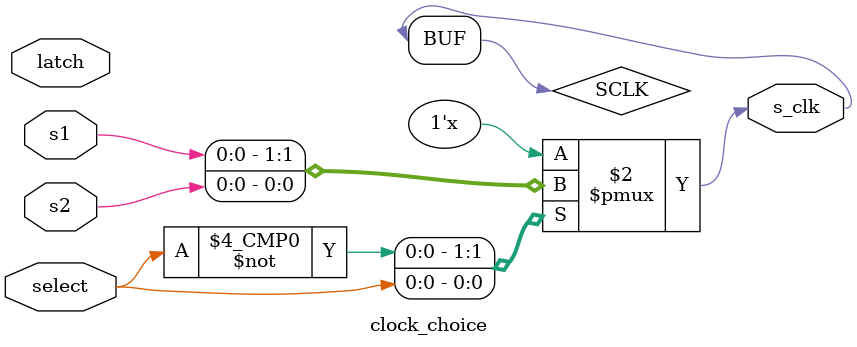
<source format=v>
module clock_choice(
    input                       select,

    input                       latch,
    output                      s_clk,

	input                       s1,
    input            [0:0]      s2
);

    reg SCLK;
    
    assign s_clk = SCLK;

    always @(select)
        begin
            case(select)
                0: SCLK = s1;
                1: SCLK = s2;
            endcase 
        end

    assign s_clk = SCLK;

endmodule
</source>
